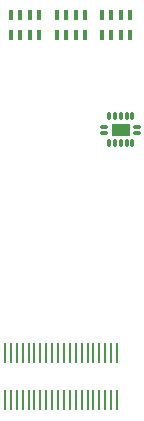
<source format=gbr>
%TF.GenerationSoftware,KiCad,Pcbnew,6.0.0-d3dd2cf0fa~116~ubuntu20.04.1*%
%TF.CreationDate,2022-01-19T11:27:02+02:00*%
%TF.ProjectId,isc0901b0-breakout,69736330-3930-4316-9230-2d627265616b,rev2*%
%TF.SameCoordinates,Original*%
%TF.FileFunction,Paste,Top*%
%TF.FilePolarity,Positive*%
%FSLAX46Y46*%
G04 Gerber Fmt 4.6, Leading zero omitted, Abs format (unit mm)*
G04 Created by KiCad (PCBNEW 6.0.0-d3dd2cf0fa~116~ubuntu20.04.1) date 2022-01-19 11:27:02*
%MOMM*%
%LPD*%
G01*
G04 APERTURE LIST*
G04 Aperture macros list*
%AMRoundRect*
0 Rectangle with rounded corners*
0 $1 Rounding radius*
0 $2 $3 $4 $5 $6 $7 $8 $9 X,Y pos of 4 corners*
0 Add a 4 corners polygon primitive as box body*
4,1,4,$2,$3,$4,$5,$6,$7,$8,$9,$2,$3,0*
0 Add four circle primitives for the rounded corners*
1,1,$1+$1,$2,$3*
1,1,$1+$1,$4,$5*
1,1,$1+$1,$6,$7*
1,1,$1+$1,$8,$9*
0 Add four rect primitives between the rounded corners*
20,1,$1+$1,$2,$3,$4,$5,0*
20,1,$1+$1,$4,$5,$6,$7,0*
20,1,$1+$1,$6,$7,$8,$9,0*
20,1,$1+$1,$8,$9,$2,$3,0*%
G04 Aperture macros list end*
%ADD10RoundRect,0.008202X0.291798X0.116798X-0.291798X0.116798X-0.291798X-0.116798X0.291798X-0.116798X0*%
%ADD11RoundRect,0.008202X-0.116798X0.291798X-0.116798X-0.291798X0.116798X-0.291798X0.116798X0.291798X0*%
%ADD12RoundRect,0.032808X-0.717192X0.467192X-0.717192X-0.467192X0.717192X-0.467192X0.717192X0.467192X0*%
%ADD13R,0.400000X0.900000*%
%ADD14R,0.250000X1.800000*%
G04 APERTURE END LIST*
D10*
%TO.C,U6*%
X70200000Y-107450000D03*
D11*
X70600000Y-108350000D03*
X71100000Y-108350000D03*
X71600000Y-108350000D03*
X72100000Y-108350000D03*
X72600000Y-108350000D03*
D10*
X73000000Y-107450000D03*
D12*
X71600000Y-107200000D03*
D10*
X73000000Y-106950000D03*
D11*
X72600000Y-106050000D03*
X72100000Y-106050000D03*
X71600000Y-106050000D03*
X71100000Y-106050000D03*
X70600000Y-106050000D03*
D10*
X70200000Y-106950000D03*
%TD*%
D13*
%TO.C,RN3*%
X67000000Y-99150000D03*
X67800000Y-99150000D03*
X66200000Y-99150000D03*
X68600000Y-99150000D03*
X66200000Y-97450000D03*
X67000000Y-97450000D03*
X67800000Y-97450000D03*
X68600000Y-97450000D03*
%TD*%
%TO.C,RN2*%
X63100000Y-99150000D03*
X63900000Y-99150000D03*
X62300000Y-99150000D03*
X64700000Y-99150000D03*
X62300000Y-97450000D03*
X63100000Y-97450000D03*
X63900000Y-97450000D03*
X64700000Y-97450000D03*
%TD*%
%TO.C,RN4*%
X70800000Y-99150000D03*
X71600000Y-99150000D03*
X70000000Y-99150000D03*
X72400000Y-99150000D03*
X70000000Y-97450000D03*
X70800000Y-97450000D03*
X71600000Y-97450000D03*
X72400000Y-97450000D03*
%TD*%
D14*
%TO.C,J2*%
X71300000Y-130100000D03*
X70800000Y-130100000D03*
X70300000Y-130100000D03*
X69800000Y-130100000D03*
X69300000Y-130100000D03*
X68800000Y-130100000D03*
X68300000Y-130100000D03*
X67800000Y-130100000D03*
X67300000Y-130100000D03*
X66800000Y-130100000D03*
X66300000Y-130100000D03*
X65800000Y-130100000D03*
X65300000Y-130100000D03*
X64800000Y-130100000D03*
X64300000Y-130100000D03*
X63800000Y-130100000D03*
X63300000Y-130100000D03*
X62800000Y-130100000D03*
X62300000Y-130100000D03*
X61800000Y-130100000D03*
X61800000Y-126100000D03*
X62300000Y-126100000D03*
X62800000Y-126100000D03*
X63300000Y-126100000D03*
X63800000Y-126100000D03*
X64300000Y-126100000D03*
X64800000Y-126100000D03*
X65300000Y-126100000D03*
X65800000Y-126100000D03*
X66300000Y-126100000D03*
X66800000Y-126100000D03*
X67300000Y-126100000D03*
X67800000Y-126100000D03*
X68300000Y-126100000D03*
X68800000Y-126100000D03*
X69300000Y-126100000D03*
X69800000Y-126100000D03*
X70300000Y-126100000D03*
X70800000Y-126100000D03*
X71300000Y-126100000D03*
%TD*%
M02*

</source>
